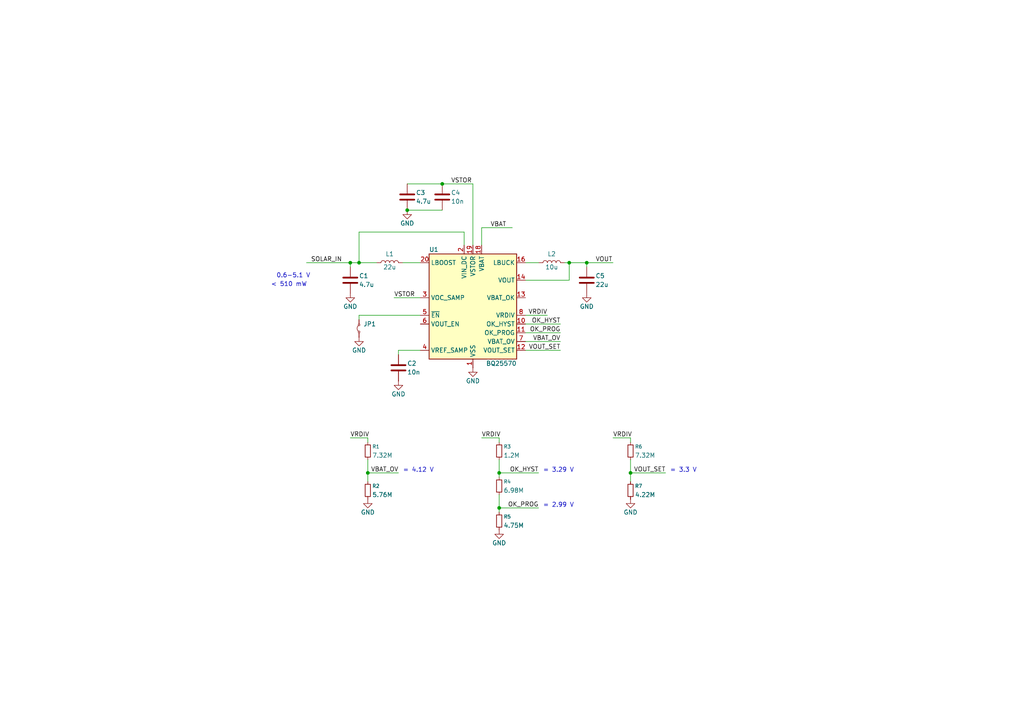
<source format=kicad_sch>
(kicad_sch (version 20250114) (generator "eeschema") (generator_version "9.0")
  (paper "A4")
  (lib_symbols
    (symbol "Battery_Management:BQ25570"
      (property "Reference" "U" (at -12.7 16.51 0))
      (property "Value" "BQ25570" (at 10.16 16.51 0))
      (symbol "BQ25570_0_1"
        (rectangle (start -12.7 15.24) (end 12.7 -15.24) (stroke (width 0.254)) (fill (type background)))
      )
      (symbol "BQ25570_1_1"
        (pin passive line (at -15.24 12.7 0) (length 2.54) (name "LBOOST") (number "20"))
        (pin input line (at -15.24 2.54 0) (length 2.54) (name "VOC_SAMP") (number "3"))
        (pin input line (at -15.24 -2.54 0) (length 2.54) (name "~{EN}") (number "5"))
        (pin input line (at -15.24 -5.08 0) (length 2.54) (name "VOUT_EN") (number "6"))
        (pin passive line (at -15.24 -12.7 0) (length 2.54) (name "VREF_SAMP") (number "4"))
        (pin power_in line (at -2.54 17.78 270) (length 2.54) (name "VIN_DC") (number "2"))
        (pin power_out line (at 0 17.78 270) (length 2.54) (name "VSTOR") (number "19"))
        (pin power_in line (at 0 -17.78 90) (length 2.54) (name "VSS") (number "1"))
        (pin passive line (at 0 -17.78 90) (length 2.54) (hide yes) (name "VSS") (number "15"))
        (pin passive line (at 0 -17.78 90) (length 2.54) (hide yes) (name "VSS") (number "17"))
        (pin passive line (at 0 -17.78 90) (length 2.54) (hide yes) (name "VSS") (number "21"))
        (pin passive line (at 0 -17.78 90) (length 2.54) (hide yes) (name "VSS") (number "9"))
        (pin power_in line (at 2.54 17.78 270) (length 2.54) (name "VBAT") (number "18"))
        (pin passive line (at 15.24 12.7 180) (length 2.54) (name "LBUCK") (number "16"))
        (pin input line (at 15.24 7.62 180) (length 2.54) (name "VOUT") (number "14"))
        (pin output line (at 15.24 2.54 180) (length 2.54) (name "VBAT_OK") (number "13"))
        (pin output line (at 15.24 -2.54 180) (length 2.54) (name "VRDIV") (number "8"))
        (pin input line (at 15.24 -5.08 180) (length 2.54) (name "OK_HYST") (number "10"))
        (pin input line (at 15.24 -7.62 180) (length 2.54) (name "OK_PROG") (number "11"))
        (pin input line (at 15.24 -10.16 180) (length 2.54) (name "VBAT_OV") (number "7"))
        (pin input line (at 15.24 -12.7 180) (length 2.54) (name "VOUT_SET") (number "12"))
      )
    )
    (symbol "Device:C" (pin_numbers (hide yes)) (pin_names (offset 0.254))
      (property "Reference" "C" (at 0.635 2.54 0))
      (property "Value" "C" (at 0.635 -2.54 0))
      (symbol "C_0_1"
        (polyline (pts (xy -2.032 0.762) (xy 2.032 0.762)) (stroke (width 0.508)))
        (polyline (pts (xy -2.032 -0.762) (xy 2.032 -0.762)) (stroke (width 0.508)))
      )
      (symbol "C_1_1"
        (pin passive line (at 0 3.81 270) (length 2.794) (name "~") (number "1"))
        (pin passive line (at 0 -3.81 90) (length 2.794) (name "~") (number "2"))
      )
    )
    (symbol "Device:L" (pin_numbers (hide yes)) (pin_names (offset 1.016) (hide yes))
      (property "Reference" "L" (at -1.27 0 90))
      (property "Value" "L" (at 1.905 0 90))
      (symbol "L_0_1"
        (arc (start 0 2.54) (mid 0.6323 1.905) (end 0 1.27))
        (arc (start 0 1.27) (mid 0.6323 0.635) (end 0 0))
        (arc (start 0 0) (mid 0.6323 -0.635) (end 0 -1.27))
        (arc (start 0 -1.27) (mid 0.6323 -1.905) (end 0 -2.54))
      )
      (symbol "L_1_1"
        (pin passive line (at 0 3.81 270) (length 1.27) (name "1") (number "1"))
        (pin passive line (at 0 -3.81 90) (length 1.27) (name "2") (number "2"))
      )
    )
    (symbol "Device:R_Small" (pin_numbers (hide yes)) (pin_names (offset 0.254) (hide yes))
      (property "Reference" "R" (at 0 0 90))
      (property "Value" "R_Small" (at 1.778 0 90))
      (symbol "R_Small_0_1"
        (rectangle (start -0.762 1.778) (end 0.762 -1.778) (stroke (width 0.2032)))
      )
      (symbol "R_Small_1_1"
        (pin passive line (at 0 2.54 270) (length 0.762) (name "~") (number "1"))
        (pin passive line (at 0 -2.54 90) (length 0.762) (name "~") (number "2"))
      )
    )
    (symbol "Jumper:Jumper_2_Small_Bridged" (pin_numbers (hide yes)) (pin_names (offset 0) (hide yes))
      (property "Reference" "JP" (at 0 2.032 0))
      (property "Value" "Jumper_2_Small_Bridged" (at 0 -2.286 0))
      (symbol "Jumper_2_Small_Bridged_0_0"
        (circle (center -1.016 0) (radius 0.254))
        (circle (center 1.016 0) (radius 0.254))
      )
      (symbol "Jumper_2_Small_Bridged_0_1"
        (arc (start -0.762 0.254) (mid 0 0.5696) (end 0.762 0.254))
      )
      (symbol "Jumper_2_Small_Bridged_1_1"
        (pin passive line (at -2.54 0 0) (length 1.27) (name "A") (number "1"))
        (pin passive line (at 2.54 0 180) (length 1.27) (name "B") (number "2"))
      )
    )
    (symbol "power:GND" (power) (pin_numbers (hide yes)) (pin_names (offset 0) (hide yes))
      (property "Value" "GND" (at 0 -3.81 0))
      (symbol "GND_0_1"
        (polyline (pts (xy 0 0) (xy 0 -1.27) (xy 1.27 -1.27) (xy 0 -2.54) (xy -1.27 -1.27) (xy 0 -1.27)))
      )
      (symbol "GND_1_1"
        (pin power_in line (at 0 0 270) (length 0) (name "~") (number "1"))
      )
    )
  )
  (text "= 2.99 V" (at 157.48 147.32 0) (effects (font (size 1.27 1.27)) (justify left bottom)))
  (text "0.6-5.1 V" (at 85.09 80.01 0) (effects (font (size 1.27 1.27))))
  (text "= 3.3 V" (at 194.31 137.16 0) (effects (font (size 1.27 1.27)) (justify left bottom)))
  (text "= 3.29 V" (at 157.48 137.16 0) (effects (font (size 1.27 1.27)) (justify left bottom)))
  (text "= 4.12 V" (at 116.84 137.16 0) (effects (font (size 1.27 1.27)) (justify left bottom)))
  (text "< 510 mW" (at 83.82 82.55 0) (effects (font (size 1.27 1.27))))
  (junction (at 144.78 147.32))
  (junction (at 104.14 76.2))
  (junction (at 106.68 137.16))
  (junction (at 128.27 53.34))
  (junction (at 144.78 137.16))
  (junction (at 182.88 137.16))
  (junction (at 170.18 76.2))
  (junction (at 101.6 76.2))
  (junction (at 165.1 76.2))
  (junction (at 118.11 60.96))
  (wire (pts (xy 101.6 76.2) (xy 104.14 76.2)))
  (wire (pts (xy 101.6 76.2) (xy 101.6 77.47)))
  (wire (pts (xy 144.78 147.32) (xy 156.21 147.32)))
  (wire (pts (xy 165.1 81.28) (xy 165.1 76.2)))
  (wire (pts (xy 170.18 76.2) (xy 177.8 76.2)))
  (wire (pts (xy 152.4 101.6) (xy 162.56 101.6)))
  (wire (pts (xy 116.84 76.2) (xy 121.92 76.2)))
  (wire (pts (xy 118.11 60.96) (xy 128.27 60.96)))
  (wire (pts (xy 182.88 128.27) (xy 182.88 127)))
  (wire (pts (xy 144.78 128.27) (xy 144.78 127)))
  (wire (pts (xy 104.14 76.2) (xy 109.22 76.2)))
  (wire (pts (xy 182.88 133.35) (xy 182.88 137.16)))
  (wire (pts (xy 152.4 99.06) (xy 162.56 99.06)))
  (wire (pts (xy 134.62 71.12) (xy 134.62 67.31)))
  (wire (pts (xy 182.88 137.16) (xy 182.88 139.7)))
  (wire (pts (xy 163.83 76.2) (xy 165.1 76.2)))
  (wire (pts (xy 152.4 91.44) (xy 158.75 91.44)))
  (wire (pts (xy 182.88 127) (xy 177.8 127)))
  (wire (pts (xy 88.9 76.2) (xy 101.6 76.2)))
  (wire (pts (xy 165.1 76.2) (xy 170.18 76.2)))
  (wire (pts (xy 139.7 66.04) (xy 148.59 66.04)))
  (wire (pts (xy 115.57 101.6) (xy 115.57 102.87)))
  (wire (pts (xy 144.78 127) (xy 139.7 127)))
  (wire (pts (xy 114.3 86.36) (xy 121.92 86.36)))
  (wire (pts (xy 106.68 137.16) (xy 115.57 137.16)))
  (wire (pts (xy 152.4 96.52) (xy 162.56 96.52)))
  (wire (pts (xy 182.88 137.16) (xy 193.04 137.16)))
  (wire (pts (xy 106.68 133.35) (xy 106.68 137.16)))
  (wire (pts (xy 144.78 147.32) (xy 144.78 148.59)))
  (wire (pts (xy 144.78 137.16) (xy 144.78 138.43)))
  (wire (pts (xy 134.62 67.31) (xy 104.14 67.31)))
  (wire (pts (xy 144.78 133.35) (xy 144.78 137.16)))
  (wire (pts (xy 106.68 127) (xy 101.6 127)))
  (wire (pts (xy 152.4 81.28) (xy 165.1 81.28)))
  (wire (pts (xy 104.14 91.44) (xy 121.92 91.44)))
  (wire (pts (xy 104.14 67.31) (xy 104.14 76.2)))
  (wire (pts (xy 121.92 101.6) (xy 115.57 101.6)))
  (wire (pts (xy 104.14 92.71) (xy 104.14 91.44)))
  (wire (pts (xy 106.68 137.16) (xy 106.68 139.7)))
  (wire (pts (xy 170.18 76.2) (xy 170.18 77.47)))
  (wire (pts (xy 118.11 53.34) (xy 128.27 53.34)))
  (wire (pts (xy 139.7 71.12) (xy 139.7 66.04)))
  (wire (pts (xy 106.68 128.27) (xy 106.68 127)))
  (wire (pts (xy 152.4 93.98) (xy 162.56 93.98)))
  (wire (pts (xy 144.78 137.16) (xy 156.21 137.16)))
  (wire (pts (xy 144.78 143.51) (xy 144.78 147.32)))
  (wire (pts (xy 152.4 76.2) (xy 156.21 76.2)))
  (wire (pts (xy 137.16 53.34) (xy 137.16 71.12)))
  (wire (pts (xy 128.27 53.34) (xy 137.16 53.34)))
  (label "VBAT_OV" (at 115.57 137.16 180))
  (label "OK_HYST" (at 156.21 137.16 180))
  (label "OK_PROG" (at 162.56 96.52 180))
  (label "VRDIV" (at 177.8 127 0))
  (label "VOUT_SET" (at 162.56 101.6 180))
  (label "VSTOR" (at 130.81 53.34 0))
  (label "VRDIV" (at 139.7 127 0))
  (label "OK_HYST" (at 162.56 93.98 180))
  (label "VOUT" (at 172.72 76.2 0))
  (label "VRDIV" (at 101.6 127 0))
  (label "VBAT" (at 142.24 66.04 0))
  (label "OK_PROG" (at 156.21 147.32 180))
  (label "VSTOR" (at 114.3 86.36 0))
  (label "SOLAR_IN" (at 90.17 76.2 0))
  (label "VOUT_SET" (at 193.04 137.16 180))
  (label "VBAT_OV" (at 162.56 99.06 180))
  (label "VRDIV" (at 158.75 91.44 180))
  (symbol (lib_id "Device:R_Small") (at 182.88 142.24 0) (unit 1)
    (property "Reference" "R7" (at 184.15 140.97 0) (effects (font (size 1.016 1.016)) (justify left)))
    (property "Value" "4.22M" (at 184.15 143.51 0) (effects (justify left)))
    (property "Footprint" "Resistor_SMD:R_0805_2012Metric" (effects (hide yes)))
    (property "Description" "Resistor, small symbol" (effects (hide yes)))
    (property "MPN" "RC0805FR-074M22L" (effects (hide yes)))
    (property "Mouser PN" "603-RC0805FR-074M22L" (effects (hide yes)))
  )
  (symbol (lib_id "Battery_Management:BQ25570") (at 137.16 88.9 0) (unit 1)
    (property "Reference" "U1" (at 124.46 72.39 0) (effects (justify left)))
    (property "Value" "BQ25570" (at 140.97 105.41 0) (effects (justify left)))
    (property "Footprint" "Package_DFN_QFN:QFN-20-1EP_3.5x3.5mm_P0.5mm_EP2x2mm" (effects (hide yes)))
    (property "Datasheet" "http://www.ti.com/lit/ds/symlink/bq25570.pdf" (effects (hide yes)))
    (property "Description" "Nano Power Boost Charger and Buck Converter for Energy Harvester Powered Applications, QFN-20" (effects (hide yes)))
    (property "MPN" "BQ25570RGRR" (effects (hide yes)))
    (property "Mouser PN" "595-BQ25570RGRR" (effects (hide yes)))
  )
  (symbol (lib_id "Device:C") (at 115.57 106.68 0) (unit 1)
    (property "Reference" "C2" (at 118.11 105.41 0) (effects (justify left)))
    (property "Value" "10n" (at 118.11 107.95 0) (effects (justify left)))
    (property "Footprint" "Capacitor_SMD:C_0402_1005Metric" (effects (hide yes)))
    (property "Description" "Unpolarized capacitor" (effects (hide yes)))
  )
  (symbol (lib_id "Device:C") (at 128.27 57.15 0) (unit 1)
    (property "Reference" "C4" (at 130.81 55.88 0) (effects (justify left)))
    (property "Value" "10n" (at 130.81 58.42 0) (effects (justify left)))
    (property "Footprint" "Capacitor_SMD:C_0402_1005Metric" (effects (hide yes)))
    (property "Description" "Unpolarized capacitor" (effects (hide yes)))
  )
  (symbol (lib_id "Device:L") (at 113.03 76.2 90) (unit 1)
    (property "Reference" "L1" (at 113.03 73.66 90))
    (property "Value" "22u" (at 113.03 77.47 90))
    (property "Footprint" "Inductor_SMD:L_Abracon_ASPI-4030S" (effects (hide yes)))
    (property "Description" "Inductor" (effects (hide yes)))
    (property "MPN" "ASPI-4030S-220M-T" (effects (hide yes)))
    (property "Mouser PN" "815-ASPI-4030S-220MT" (effects (hide yes)))
  )
  (symbol (lib_id "power:GND") (at 182.88 144.78 0) (unit 1)
    (property "Reference" "#PWR09" (effects (hide yes)))
    (property "Value" "GND" (at 182.88 148.59 0))
    (property "Description" "Power symbol creates a global label with name \"GND\" , ground" (effects (hide yes)))
  )
  (symbol (lib_id "Device:R_Small") (at 144.78 130.81 0) (unit 1)
    (property "Reference" "R3" (at 146.05 129.54 0) (effects (font (size 1.016 1.016)) (justify left)))
    (property "Value" "1.2M" (at 146.05 132.08 0) (effects (justify left)))
    (property "Footprint" "Resistor_SMD:R_0805_2012Metric" (effects (hide yes)))
    (property "Description" "Resistor, small symbol" (effects (hide yes)))
    (property "MPN" "RC0805FR-101M2L" (effects (hide yes)))
    (property "Mouser PN" "603-RC0805FR-101M2L" (effects (hide yes)))
  )
  (symbol (lib_id "power:GND") (at 101.6 85.09 0) (unit 1)
    (property "Reference" "#PWR01" (effects (hide yes)))
    (property "Value" "GND" (at 101.6 88.9 0))
    (property "Description" "Power symbol creates a global label with name \"GND\" , ground" (effects (hide yes)))
  )
  (symbol (lib_id "Device:R_Small") (at 106.68 142.24 0) (unit 1)
    (property "Reference" "R2" (at 107.95 140.97 0) (effects (font (size 1.016 1.016)) (justify left)))
    (property "Value" "5.76M" (at 107.95 143.51 0) (effects (justify left)))
    (property "Footprint" "Resistor_SMD:R_0805_2012Metric" (effects (hide yes)))
    (property "Description" "Resistor, small symbol" (effects (hide yes)))
    (property "MPN" "RC0805FR-075M76L" (effects (hide yes)))
    (property "Mouser PN" "603-RC0805FR-075M76L" (effects (hide yes)))
  )
  (symbol (lib_id "power:GND") (at 104.14 97.79 0) (unit 1)
    (property "Reference" "#PWR02" (effects (hide yes)))
    (property "Value" "GND" (at 104.14 101.6 0))
    (property "Description" "Power symbol creates a global label with name \"GND\" , ground" (effects (hide yes)))
  )
  (symbol (lib_id "power:GND") (at 118.11 60.96 0) (unit 1)
    (property "Reference" "#PWR05" (effects (hide yes)))
    (property "Value" "GND" (at 118.11 64.77 0))
    (property "Description" "Power symbol creates a global label with name \"GND\" , ground" (effects (hide yes)))
  )
  (symbol (lib_id "Device:L") (at 160.02 76.2 90) (unit 1)
    (property "Reference" "L2" (at 160.02 73.66 90))
    (property "Value" "10u" (at 160.02 77.47 90))
    (property "Footprint" "Inductor_SMD:L_Abracon_ASPI-3012S" (effects (hide yes)))
    (property "Description" "Inductor" (effects (hide yes)))
    (property "MPN" "ASPI-3012S-100M-T" (effects (hide yes)))
    (property "Mouser PN" "815-ASPI-3012S-100MT" (effects (hide yes)))
  )
  (symbol (lib_id "power:GND") (at 137.16 106.68 0) (unit 1)
    (property "Reference" "#PWR06" (effects (hide yes)))
    (property "Value" "GND" (at 137.16 110.49 0))
    (property "Description" "Power symbol creates a global label with name \"GND\" , ground" (effects (hide yes)))
  )
  (symbol (lib_id "power:GND") (at 170.18 85.09 0) (unit 1)
    (property "Reference" "#PWR08" (effects (hide yes)))
    (property "Value" "GND" (at 170.18 88.9 0))
    (property "Description" "Power symbol creates a global label with name \"GND\" , ground" (effects (hide yes)))
  )
  (symbol (lib_id "Jumper:Jumper_2_Small_Bridged") (at 104.14 95.25 90) (unit 1) (in_bom no)
    (property "Reference" "JP1" (at 105.41 93.9799 90) (effects (justify right)))
    (property "Value" "Jumper_2_Small_Bridged" (effects (hide yes)))
    (property "Footprint" "Jumper:SolderJumper-2_P1.3mm_Open_TrianglePad1.0x1.5mm" (effects (hide yes)))
    (property "Description" "Jumper, 2-pole, small symbol, bridged" (effects (hide yes)))
  )
  (symbol (lib_id "power:GND") (at 144.78 153.67 0) (unit 1)
    (property "Reference" "#PWR07" (effects (hide yes)))
    (property "Value" "GND" (at 144.78 157.48 0))
    (property "Description" "Power symbol creates a global label with name \"GND\" , ground" (effects (hide yes)))
  )
  (symbol (lib_id "power:GND") (at 106.68 144.78 0) (unit 1)
    (property "Reference" "#PWR03" (effects (hide yes)))
    (property "Value" "GND" (at 106.68 148.59 0))
    (property "Description" "Power symbol creates a global label with name \"GND\" , ground" (effects (hide yes)))
  )
  (symbol (lib_id "power:GND") (at 115.57 110.49 0) (unit 1)
    (property "Reference" "#PWR04" (effects (hide yes)))
    (property "Value" "GND" (at 115.57 114.3 0))
    (property "Description" "Power symbol creates a global label with name \"GND\" , ground" (effects (hide yes)))
  )
  (symbol (lib_id "Device:R_Small") (at 144.78 140.97 0) (unit 1)
    (property "Reference" "R4" (at 146.05 139.7 0) (effects (font (size 1.016 1.016)) (justify left)))
    (property "Value" "6.98M" (at 146.05 142.24 0) (effects (justify left)))
    (property "Footprint" "Resistor_SMD:R_0805_2012Metric" (effects (hide yes)))
    (property "Description" "Resistor, small symbol" (effects (hide yes)))
    (property "MPN" "RC0805FR-076M98L" (effects (hide yes)))
    (property "Mouser PN" "603-RC0805FR-076M98L" (effects (hide yes)))
  )
  (symbol (lib_id "Device:C") (at 170.18 81.28 0) (unit 1)
    (property "Reference" "C5" (at 172.72 80.01 0) (effects (justify left)))
    (property "Value" "22u" (at 172.72 82.55 0) (effects (justify left)))
    (property "Footprint" "Capacitor_SMD:C_0805_2012Metric" (effects (hide yes)))
    (property "Description" "Unpolarized capacitor" (effects (hide yes)))
    (property "MPN" "CL21A226MAYNNNE" (effects (hide yes)))
    (property "Mouser PN" "187-CL21A226MAYNNNE" (effects (hide yes)))
  )
  (symbol (lib_id "Device:C") (at 101.6 81.28 0) (unit 1)
    (property "Reference" "C1" (at 104.14 80.01 0) (effects (justify left)))
    (property "Value" "4.7u" (at 104.14 82.55 0) (effects (justify left)))
    (property "Footprint" "Capacitor_SMD:C_0805_2012Metric" (effects (hide yes)))
    (property "Description" "Unpolarized capacitor" (effects (hide yes)))
  )
  (symbol (lib_id "Device:C") (at 118.11 57.15 0) (unit 1)
    (property "Reference" "C3" (at 120.65 55.88 0) (effects (justify left)))
    (property "Value" "4.7u" (at 120.65 58.42 0) (effects (justify left)))
    (property "Footprint" "Capacitor_SMD:C_0805_2012Metric" (effects (hide yes)))
    (property "Description" "Unpolarized capacitor" (effects (hide yes)))
  )
  (symbol (lib_id "Device:R_Small") (at 106.68 130.81 0) (unit 1)
    (property "Reference" "R1" (at 107.95 129.54 0) (effects (font (size 1.016 1.016)) (justify left)))
    (property "Value" "7.32M" (at 107.95 132.08 0) (effects (justify left)))
    (property "Footprint" "Resistor_SMD:R_0805_2012Metric" (effects (hide yes)))
    (property "Description" "Resistor, small symbol" (effects (hide yes)))
    (property "MPN" "RC0805FR-077M32L" (effects (hide yes)))
    (property "Mouser PN" "603-RC0805FR-077M32L" (effects (hide yes)))
  )
  (symbol (lib_id "Device:R_Small") (at 144.78 151.13 0) (unit 1)
    (property "Reference" "R5" (at 146.05 149.86 0) (effects (font (size 1.016 1.016)) (justify left)))
    (property "Value" "4.75M" (at 146.05 152.4 0) (effects (justify left)))
    (property "Footprint" "Resistor_SMD:R_0805_2012Metric" (effects (hide yes)))
    (property "Description" "Resistor, small symbol" (effects (hide yes)))
    (property "MPN" "RC0805FR-074M75L" (effects (hide yes)))
    (property "Mouser PN" "603-RC0805FR-074M75L" (effects (hide yes)))
  )
  (symbol (lib_id "Device:R_Small") (at 182.88 130.81 0) (unit 1)
    (property "Reference" "R6" (at 184.15 129.54 0) (effects (font (size 1.016 1.016)) (justify left)))
    (property "Value" "7.32M" (at 184.15 132.08 0) (effects (justify left)))
    (property "Footprint" "Resistor_SMD:R_0805_2012Metric" (effects (hide yes)))
    (property "Description" "Resistor, small symbol" (effects (hide yes)))
    (property "MPN" "RC0805FR-077M32L" (effects (hide yes)))
    (property "Mouser PN" "603-RC0805FR-077M32L" (effects (hide yes)))
  )
)
</source>
